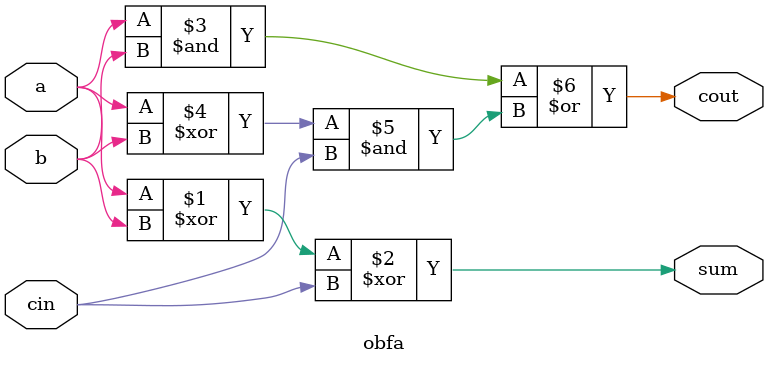
<source format=v>
`timescale 1ns / 1ps

module obfa(
    input a, b, cin,
    output cout, sum
  );
  
  wire w1;

  assign sum = (a ^ b) ^ cin;   
  assign cout = (a & b) | ((a ^ b) & cin);
  
endmodule

</source>
